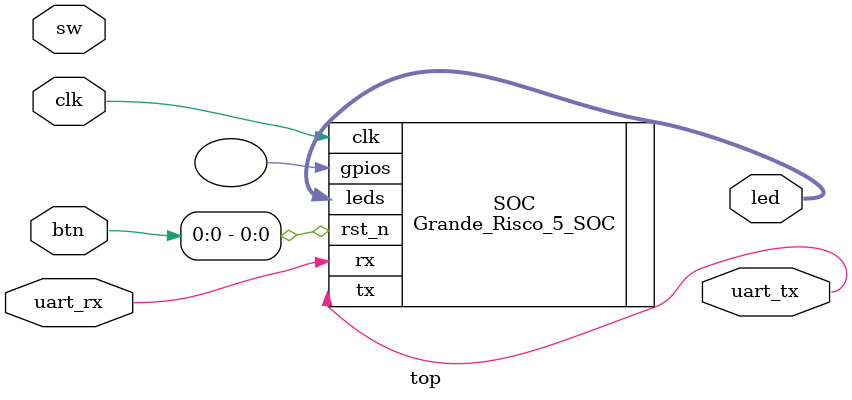
<source format=sv>
module top (
    input  logic clk,
    input  logic [3:0] btn,
    input  logic [9:0] sw,
    output logic [9:0] led,
    input  logic uart_rx,
    output logic uart_tx
);

Grande_Risco_5_SOC #(
    .CLOCK_FREQ       (50000000),
    .BAUD_RATE        (115200),
    .MEMORY_SIZE      (8192),
    .MEMORY_FILE      ("../../verification_tests/memory/led_test2.hex"),
    .GPIO_WIDHT       (6),
    .UART_BUFFER_SIZE (16),
    .I_CACHE_SIZE     (128),
    .D_CACHE_SIZE     (128)
) SOC (
    .clk   (clk),
    .rst_n (btn[0]),
    .leds  (led),
    .rx    (uart_rx),
    .tx    (uart_tx),
    .gpios ()
);

endmodule

</source>
